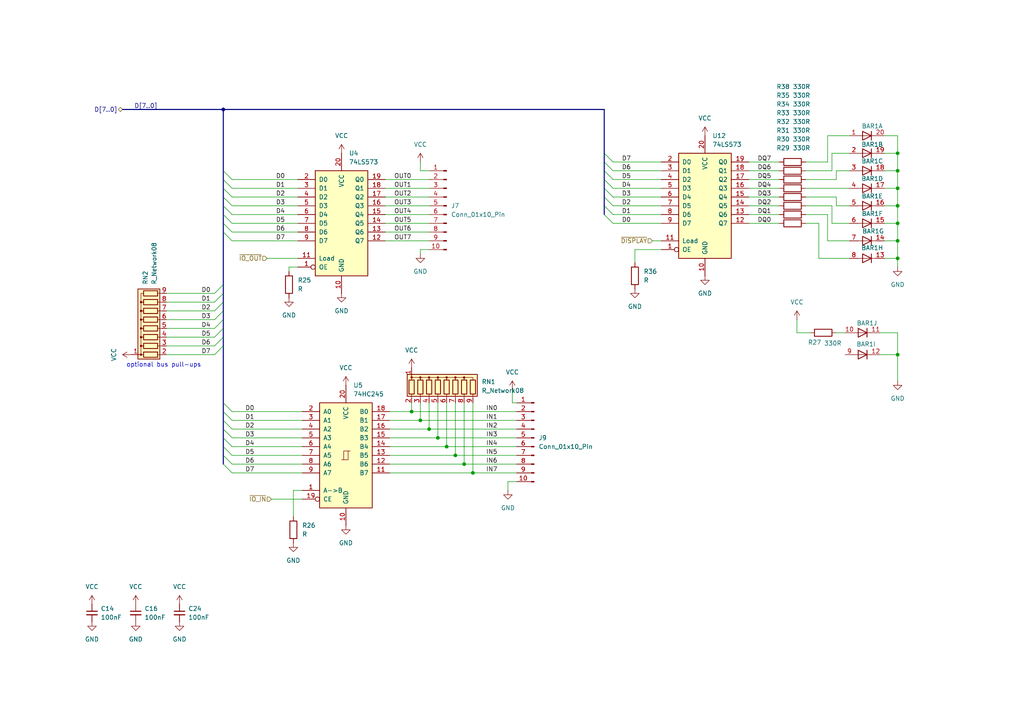
<source format=kicad_sch>
(kicad_sch (version 20250114) (generator "eeschema") (generator_version "9.0")
  (paper "A4")
  (title_block (title "6502 ATTY1") (date "2025-12-16") (rev "1") (comment 1 "© 2025 Ben Dooks"))
  (lib_symbols
    (symbol "74xx:74HC245" (pin_names (offset 1.016))
      (property "Reference" "U" (at -7.62 16.51 0))
      (property "Value" "74HC245" (at -7.62 -16.51 0))
      (symbol "74HC245_1_0"
        (polyline (pts (xy -1.27 -1.27) (xy 0.635 -1.27) (xy 0.635 1.27) (xy 1.27 1.27)))
        (polyline (pts (xy -0.635 -1.27) (xy -0.635 1.27) (xy 0.635 1.27)))
        (pin tri_state line (at -12.7 12.7 0) (length 5.08) (name "A0") (number "2"))
        (pin tri_state line (at -12.7 10.16 0) (length 5.08) (name "A1") (number "3"))
        (pin tri_state line (at -12.7 7.62 0) (length 5.08) (name "A2") (number "4"))
        (pin tri_state line (at -12.7 5.08 0) (length 5.08) (name "A3") (number "5"))
        (pin tri_state line (at -12.7 2.54 0) (length 5.08) (name "A4") (number "6"))
        (pin tri_state line (at -12.7 0 0) (length 5.08) (name "A5") (number "7"))
        (pin tri_state line (at -12.7 -2.54 0) (length 5.08) (name "A6") (number "8"))
        (pin tri_state line (at -12.7 -5.08 0) (length 5.08) (name "A7") (number "9"))
        (pin input line (at -12.7 -10.16 0) (length 5.08) (name "A->B") (number "1"))
        (pin input inverted (at -12.7 -12.7 0) (length 5.08) (name "CE") (number "19"))
        (pin power_in line (at 0 20.32 270) (length 5.08) (name "VCC") (number "20"))
        (pin power_in line (at 0 -20.32 90) (length 5.08) (name "GND") (number "10"))
        (pin tri_state line (at 12.7 12.7 180) (length 5.08) (name "B0") (number "18"))
        (pin tri_state line (at 12.7 10.16 180) (length 5.08) (name "B1") (number "17"))
        (pin tri_state line (at 12.7 7.62 180) (length 5.08) (name "B2") (number "16"))
        (pin tri_state line (at 12.7 5.08 180) (length 5.08) (name "B3") (number "15"))
        (pin tri_state line (at 12.7 2.54 180) (length 5.08) (name "B4") (number "14"))
        (pin tri_state line (at 12.7 0 180) (length 5.08) (name "B5") (number "13"))
        (pin tri_state line (at 12.7 -2.54 180) (length 5.08) (name "B6") (number "12"))
        (pin tri_state line (at 12.7 -5.08 180) (length 5.08) (name "B7") (number "11"))
      )
      (symbol "74HC245_1_1"
        (rectangle (start -7.62 15.24) (end 7.62 -15.24) (stroke (width 0.254)) (fill (type background)))
      )
    )
    (symbol "74xx:74LS573" (pin_names (offset 1.016))
      (property "Reference" "U" (at -7.62 16.51 0))
      (property "Value" "74LS573" (at -7.62 -16.51 0))
      (symbol "74LS573_1_0"
        (pin input line (at -12.7 12.7 0) (length 5.08) (name "D0") (number "2"))
        (pin input line (at -12.7 10.16 0) (length 5.08) (name "D1") (number "3"))
        (pin input line (at -12.7 7.62 0) (length 5.08) (name "D2") (number "4"))
        (pin input line (at -12.7 5.08 0) (length 5.08) (name "D3") (number "5"))
        (pin input line (at -12.7 2.54 0) (length 5.08) (name "D4") (number "6"))
        (pin input line (at -12.7 0 0) (length 5.08) (name "D5") (number "7"))
        (pin input line (at -12.7 -2.54 0) (length 5.08) (name "D6") (number "8"))
        (pin input line (at -12.7 -5.08 0) (length 5.08) (name "D7") (number "9"))
        (pin input line (at -12.7 -10.16 0) (length 5.08) (name "Load") (number "11"))
        (pin input inverted (at -12.7 -12.7 0) (length 5.08) (name "OE") (number "1"))
        (pin power_in line (at 0 20.32 270) (length 5.08) (name "VCC") (number "20"))
        (pin power_in line (at 0 -20.32 90) (length 5.08) (name "GND") (number "10"))
        (pin tri_state line (at 12.7 12.7 180) (length 5.08) (name "Q0") (number "19"))
        (pin tri_state line (at 12.7 10.16 180) (length 5.08) (name "Q1") (number "18"))
        (pin tri_state line (at 12.7 7.62 180) (length 5.08) (name "Q2") (number "17"))
        (pin tri_state line (at 12.7 5.08 180) (length 5.08) (name "Q3") (number "16"))
        (pin tri_state line (at 12.7 2.54 180) (length 5.08) (name "Q4") (number "15"))
        (pin tri_state line (at 12.7 0 180) (length 5.08) (name "Q5") (number "14"))
        (pin tri_state line (at 12.7 -2.54 180) (length 5.08) (name "Q6") (number "13"))
        (pin tri_state line (at 12.7 -5.08 180) (length 5.08) (name "Q7") (number "12"))
      )
      (symbol "74LS573_1_1"
        (rectangle (start -7.62 15.24) (end 7.62 -15.24) (stroke (width 0.254)) (fill (type background)))
      )
    )
    (symbol "Connector:Conn_01x10_Pin" (pin_names (offset 1.016) (hide yes))
      (property "Reference" "J" (at 0 12.7 0))
      (property "Value" "Conn_01x10_Pin" (at 0 -15.24 0))
      (symbol "Conn_01x10_Pin_1_1"
        (rectangle (start 0.8636 10.287) (end 0 10.033) (stroke (width 0.1524)) (fill (type outline)))
        (rectangle (start 0.8636 7.747) (end 0 7.493) (stroke (width 0.1524)) (fill (type outline)))
        (rectangle (start 0.8636 5.207) (end 0 4.953) (stroke (width 0.1524)) (fill (type outline)))
        (rectangle (start 0.8636 2.667) (end 0 2.413) (stroke (width 0.1524)) (fill (type outline)))
        (rectangle (start 0.8636 0.127) (end 0 -0.127) (stroke (width 0.1524)) (fill (type outline)))
        (rectangle (start 0.8636 -2.413) (end 0 -2.667) (stroke (width 0.1524)) (fill (type outline)))
        (rectangle (start 0.8636 -4.953) (end 0 -5.207) (stroke (width 0.1524)) (fill (type outline)))
        (rectangle (start 0.8636 -7.493) (end 0 -7.747) (stroke (width 0.1524)) (fill (type outline)))
        (rectangle (start 0.8636 -10.033) (end 0 -10.287) (stroke (width 0.1524)) (fill (type outline)))
        (rectangle (start 0.8636 -12.573) (end 0 -12.827) (stroke (width 0.1524)) (fill (type outline)))
        (polyline (pts (xy 1.27 10.16) (xy 0.8636 10.16)) (stroke (width 0.1524)))
        (polyline (pts (xy 1.27 7.62) (xy 0.8636 7.62)) (stroke (width 0.1524)))
        (polyline (pts (xy 1.27 5.08) (xy 0.8636 5.08)) (stroke (width 0.1524)))
        (polyline (pts (xy 1.27 2.54) (xy 0.8636 2.54)) (stroke (width 0.1524)))
        (polyline (pts (xy 1.27 0) (xy 0.8636 0)) (stroke (width 0.1524)))
        (polyline (pts (xy 1.27 -2.54) (xy 0.8636 -2.54)) (stroke (width 0.1524)))
        (polyline (pts (xy 1.27 -5.08) (xy 0.8636 -5.08)) (stroke (width 0.1524)))
        (polyline (pts (xy 1.27 -7.62) (xy 0.8636 -7.62)) (stroke (width 0.1524)))
        (polyline (pts (xy 1.27 -10.16) (xy 0.8636 -10.16)) (stroke (width 0.1524)))
        (polyline (pts (xy 1.27 -12.7) (xy 0.8636 -12.7)) (stroke (width 0.1524)))
        (pin passive line (at 5.08 10.16 180) (length 3.81) (name "Pin_1") (number "1"))
        (pin passive line (at 5.08 7.62 180) (length 3.81) (name "Pin_2") (number "2"))
        (pin passive line (at 5.08 5.08 180) (length 3.81) (name "Pin_3") (number "3"))
        (pin passive line (at 5.08 2.54 180) (length 3.81) (name "Pin_4") (number "4"))
        (pin passive line (at 5.08 0 180) (length 3.81) (name "Pin_5") (number "5"))
        (pin passive line (at 5.08 -2.54 180) (length 3.81) (name "Pin_6") (number "6"))
        (pin passive line (at 5.08 -5.08 180) (length 3.81) (name "Pin_7") (number "7"))
        (pin passive line (at 5.08 -7.62 180) (length 3.81) (name "Pin_8") (number "8"))
        (pin passive line (at 5.08 -10.16 180) (length 3.81) (name "Pin_9") (number "9"))
        (pin passive line (at 5.08 -12.7 180) (length 3.81) (name "Pin_10") (number "10"))
      )
    )
    (symbol "Device:C_Small" (pin_numbers (hide yes)) (pin_names (offset 0.254) (hide yes))
      (property "Reference" "C" (at 0.254 1.778 0))
      (property "Value" "C_Small" (at 0.254 -2.032 0))
      (symbol "C_Small_0_1"
        (polyline (pts (xy -1.524 0.508) (xy 1.524 0.508)) (stroke (width 0.3048)))
        (polyline (pts (xy -1.524 -0.508) (xy 1.524 -0.508)) (stroke (width 0.3302)))
      )
      (symbol "C_Small_1_1"
        (pin passive line (at 0 2.54 270) (length 2.032) (name "~") (number "1"))
        (pin passive line (at 0 -2.54 90) (length 2.032) (name "~") (number "2"))
      )
    )
    (symbol "Device:R" (pin_numbers (hide yes)) (pin_names (offset 0))
      (property "Reference" "R" (at 2.032 0 90))
      (property "Value" "R" (at 0 0 90))
      (symbol "R_0_1"
        (rectangle (start -1.016 -2.54) (end 1.016 2.54) (stroke (width 0.254)))
      )
      (symbol "R_1_1"
        (pin passive line (at 0 3.81 270) (length 1.27) (name "~") (number "1"))
        (pin passive line (at 0 -3.81 90) (length 1.27) (name "~") (number "2"))
      )
    )
    (symbol "Device:R_Network08" (pin_names (offset 0) (hide yes))
      (property "Reference" "RN" (at -12.7 0 90))
      (property "Value" "R_Network08" (at 10.16 0 90))
      (symbol "R_Network08_0_1"
        (rectangle (start -11.43 -3.175) (end 8.89 3.175) (stroke (width 0.254)) (fill (type background)))
        (rectangle (start -10.922 1.524) (end -9.398 -2.54) (stroke (width 0.254)))
        (circle (center -10.16 2.286) (radius 0.254) (fill (type outline)))
        (polyline (pts (xy -10.16 1.524) (xy -10.16 2.286) (xy -7.62 2.286) (xy -7.62 1.524)))
        (polyline (pts (xy -10.16 -2.54) (xy -10.16 -3.81)))
        (rectangle (start -8.382 1.524) (end -6.858 -2.54) (stroke (width 0.254)))
        (circle (center -7.62 2.286) (radius 0.254) (fill (type outline)))
        (polyline (pts (xy -7.62 1.524) (xy -7.62 2.286) (xy -5.08 2.286) (xy -5.08 1.524)))
        (polyline (pts (xy -7.62 -2.54) (xy -7.62 -3.81)))
        (rectangle (start -5.842 1.524) (end -4.318 -2.54) (stroke (width 0.254)))
        (circle (center -5.08 2.286) (radius 0.254) (fill (type outline)))
        (polyline (pts (xy -5.08 1.524) (xy -5.08 2.286) (xy -2.54 2.286) (xy -2.54 1.524)))
        (polyline (pts (xy -5.08 -2.54) (xy -5.08 -3.81)))
        (rectangle (start -3.302 1.524) (end -1.778 -2.54) (stroke (width 0.254)))
        (circle (center -2.54 2.286) (radius 0.254) (fill (type outline)))
        (polyline (pts (xy -2.54 1.524) (xy -2.54 2.286) (xy 0 2.286) (xy 0 1.524)))
        (polyline (pts (xy -2.54 -2.54) (xy -2.54 -3.81)))
        (rectangle (start -0.762 1.524) (end 0.762 -2.54) (stroke (width 0.254)))
        (circle (center 0 2.286) (radius 0.254) (fill (type outline)))
        (polyline (pts (xy 0 1.524) (xy 0 2.286) (xy 2.54 2.286) (xy 2.54 1.524)))
        (polyline (pts (xy 0 -2.54) (xy 0 -3.81)))
        (rectangle (start 1.778 1.524) (end 3.302 -2.54) (stroke (width 0.254)))
        (circle (center 2.54 2.286) (radius 0.254) (fill (type outline)))
        (polyline (pts (xy 2.54 1.524) (xy 2.54 2.286) (xy 5.08 2.286) (xy 5.08 1.524)))
        (polyline (pts (xy 2.54 -2.54) (xy 2.54 -3.81)))
        (rectangle (start 4.318 1.524) (end 5.842 -2.54) (stroke (width 0.254)))
        (circle (center 5.08 2.286) (radius 0.254) (fill (type outline)))
        (polyline (pts (xy 5.08 1.524) (xy 5.08 2.286) (xy 7.62 2.286) (xy 7.62 1.524)))
        (polyline (pts (xy 5.08 -2.54) (xy 5.08 -3.81)))
        (rectangle (start 6.858 1.524) (end 8.382 -2.54) (stroke (width 0.254)))
        (polyline (pts (xy 7.62 -2.54) (xy 7.62 -3.81)))
      )
      (symbol "R_Network08_1_1"
        (pin passive line (at -10.16 5.08 270) (length 2.54) (name "common") (number "1"))
        (pin passive line (at -10.16 -5.08 90) (length 1.27) (name "R1") (number "2"))
        (pin passive line (at -7.62 -5.08 90) (length 1.27) (name "R2") (number "3"))
        (pin passive line (at -5.08 -5.08 90) (length 1.27) (name "R3") (number "4"))
        (pin passive line (at -2.54 -5.08 90) (length 1.27) (name "R4") (number "5"))
        (pin passive line (at 0 -5.08 90) (length 1.27) (name "R5") (number "6"))
        (pin passive line (at 2.54 -5.08 90) (length 1.27) (name "R6") (number "7"))
        (pin passive line (at 5.08 -5.08 90) (length 1.27) (name "R7") (number "8"))
        (pin passive line (at 7.62 -5.08 90) (length 1.27) (name "R8") (number "9"))
      )
    )
    (symbol "LED:HDSP-4850" (pin_names (offset 1.016) (hide yes))
      (property "Reference" "BAR" (at 0 3.81 0))
      (property "Value" "HDSP-4850" (at 0 -3.81 0))
      (symbol "HDSP-4850_0_1"
        (polyline (pts (xy -2.54 0) (xy 2.54 0)))
        (polyline (pts (xy -1.27 1.27) (xy -1.27 -1.27) (xy 1.27 0) (xy -1.27 1.27)) (stroke (width 0.254)))
        (polyline (pts (xy 1.27 -1.27) (xy 1.27 1.27)) (stroke (width 0.254)))
      )
      (symbol "HDSP-4850_1_1"
        (pin passive line (at -5.08 0 0) (length 2.54) (name "A") (number "1"))
        (pin passive line (at 5.08 0 180) (length 2.54) (name "K") (number "20"))
      )
      (symbol "HDSP-4850_2_1"
        (pin passive line (at -5.08 0 0) (length 2.54) (name "A") (number "2"))
        (pin passive line (at 5.08 0 180) (length 2.54) (name "K") (number "19"))
      )
      (symbol "HDSP-4850_3_1"
        (pin passive line (at -5.08 0 0) (length 2.54) (name "A") (number "3"))
        (pin passive line (at 5.08 0 180) (length 2.54) (name "K") (number "18"))
      )
      (symbol "HDSP-4850_4_1"
        (pin passive line (at -5.08 0 0) (length 2.54) (name "A") (number "4"))
        (pin passive line (at 5.08 0 180) (length 2.54) (name "K") (number "17"))
      )
      (symbol "HDSP-4850_5_1"
        (pin passive line (at -5.08 0 0) (length 2.54) (name "A") (number "5"))
        (pin passive line (at 5.08 0 180) (length 2.54) (name "K") (number "16"))
      )
      (symbol "HDSP-4850_6_1"
        (pin passive line (at -5.08 0 0) (length 2.54) (name "A") (number "6"))
        (pin passive line (at 5.08 0 180) (length 2.54) (name "K") (number "15"))
      )
      (symbol "HDSP-4850_7_1"
        (pin passive line (at -5.08 0 0) (length 2.54) (name "A") (number "7"))
        (pin passive line (at 5.08 0 180) (length 2.54) (name "K") (number "14"))
      )
      (symbol "HDSP-4850_8_1"
        (pin passive line (at -5.08 0 0) (length 2.54) (name "A") (number "8"))
        (pin passive line (at 5.08 0 180) (length 2.54) (name "K") (number "13"))
      )
      (symbol "HDSP-4850_9_1"
        (pin passive line (at -5.08 0 0) (length 2.54) (name "A") (number "9"))
        (pin passive line (at 5.08 0 180) (length 2.54) (name "K") (number "12"))
      )
      (symbol "HDSP-4850_10_1"
        (pin passive line (at -5.08 0 0) (length 2.54) (name "A") (number "10"))
        (pin passive line (at 5.08 0 180) (length 2.54) (name "K") (number "11"))
      )
    )
    (symbol "power:GND" (power) (pin_numbers (hide yes)) (pin_names (offset 0) (hide yes))
      (property "Value" "GND" (at 0 -3.81 0))
      (symbol "GND_0_1"
        (polyline (pts (xy 0 0) (xy 0 -1.27) (xy 1.27 -1.27) (xy 0 -2.54) (xy -1.27 -1.27) (xy 0 -1.27)))
      )
      (symbol "GND_1_1"
        (pin power_in line (at 0 0 270) (length 0) (name "~") (number "1"))
      )
    )
    (symbol "power:VCC" (power) (pin_numbers (hide yes)) (pin_names (offset 0) (hide yes))
      (property "Value" "VCC" (at 0 3.556 0))
      (symbol "VCC_0_1"
        (polyline (pts (xy -0.762 1.27) (xy 0 2.54)))
        (polyline (pts (xy 0 2.54) (xy 0.762 1.27)))
        (polyline (pts (xy 0 0) (xy 0 2.54)))
      )
      (symbol "VCC_1_1"
        (pin power_in line (at 0 0 90) (length 0) (name "~") (number "1"))
      )
    )
  )
  (text "optional bus pull-ups" (at 47.498 105.918 0) (effects (font (size 1.27 1.27))))
  (junction (at 137.16 137.16))
  (junction (at 129.54 129.54))
  (junction (at 121.92 121.92))
  (junction (at 260.35 49.53))
  (junction (at 260.35 59.69))
  (junction (at 134.62 134.62))
  (junction (at 124.46 124.46))
  (junction (at 260.35 54.61))
  (junction (at 119.38 119.38))
  (junction (at 260.35 64.77))
  (junction (at 260.35 44.45))
  (junction (at 260.35 102.87))
  (junction (at 132.08 132.08))
  (junction (at 260.35 74.93))
  (junction (at 127 127))
  (junction (at 64.77 31.75))
  (junction (at 260.35 69.85))
  (bus_entry (at 64.77 82.55) (size -2.54 2.54))
  (bus_entry (at 64.77 95.25) (size -2.54 2.54))
  (bus_entry (at 64.77 57.15) (size 2.54 2.54))
  (bus_entry (at 64.77 127) (size 2.54 2.54))
  (bus_entry (at 64.77 49.53) (size 2.54 2.54))
  (bus_entry (at 64.77 116.84) (size 2.54 2.54))
  (bus_entry (at 64.77 124.46) (size 2.54 2.54))
  (bus_entry (at 64.77 54.61) (size 2.54 2.54))
  (bus_entry (at 64.77 62.23) (size 2.54 2.54))
  (bus_entry (at 64.77 85.09) (size -2.54 2.54))
  (bus_entry (at 64.77 64.77) (size 2.54 2.54))
  (bus_entry (at 64.77 90.17) (size -2.54 2.54))
  (bus_entry (at 175.26 49.53) (size 2.54 2.54))
  (bus_entry (at 64.77 129.54) (size 2.54 2.54))
  (bus_entry (at 64.77 121.92) (size 2.54 2.54))
  (bus_entry (at 64.77 87.63) (size -2.54 2.54))
  (bus_entry (at 175.26 62.23) (size 2.54 2.54))
  (bus_entry (at 64.77 119.38) (size 2.54 2.54))
  (bus_entry (at 64.77 67.31) (size 2.54 2.54))
  (bus_entry (at 175.26 54.61) (size 2.54 2.54))
  (bus_entry (at 175.26 46.99) (size 2.54 2.54))
  (bus_entry (at 64.77 59.69) (size 2.54 2.54))
  (bus_entry (at 64.77 100.33) (size -2.54 2.54))
  (bus_entry (at 64.77 134.62) (size 2.54 2.54))
  (bus_entry (at 175.26 44.45) (size 2.54 2.54))
  (bus_entry (at 175.26 52.07) (size 2.54 2.54))
  (bus_entry (at 175.26 59.69) (size 2.54 2.54))
  (bus_entry (at 64.77 97.79) (size -2.54 2.54))
  (bus_entry (at 175.26 57.15) (size 2.54 2.54))
  (bus_entry (at 64.77 92.71) (size -2.54 2.54))
  (bus_entry (at 64.77 132.08) (size 2.54 2.54))
  (bus_entry (at 64.77 52.07) (size 2.54 2.54))
  (bus (pts (xy 175.26 59.69) (xy 175.26 62.23)))
  (wire (pts (xy 246.38 64.77) (xy 241.3 64.77)))
  (bus (pts (xy 64.77 92.71) (xy 64.77 95.25)))
  (wire (pts (xy 241.3 59.69) (xy 233.68 59.69)))
  (wire (pts (xy 124.46 57.15) (xy 111.76 57.15)))
  (wire (pts (xy 226.06 54.61) (xy 217.17 54.61)))
  (wire (pts (xy 113.03 134.62) (xy 134.62 134.62)))
  (bus (pts (xy 64.77 132.08) (xy 64.77 134.62)))
  (wire (pts (xy 260.35 64.77) (xy 260.35 69.85)))
  (wire (pts (xy 137.16 116.84) (xy 137.16 137.16)))
  (wire (pts (xy 67.31 119.38) (xy 87.63 119.38)))
  (wire (pts (xy 242.57 59.69) (xy 246.38 59.69)))
  (wire (pts (xy 85.09 142.24) (xy 85.09 149.86)))
  (wire (pts (xy 67.31 121.92) (xy 87.63 121.92)))
  (wire (pts (xy 237.49 64.77) (xy 233.68 64.77)))
  (wire (pts (xy 121.92 73.66) (xy 121.92 72.39)))
  (wire (pts (xy 124.46 69.85) (xy 111.76 69.85)))
  (wire (pts (xy 256.54 39.37) (xy 260.35 39.37)))
  (bus (pts (xy 175.26 46.99) (xy 175.26 49.53)))
  (wire (pts (xy 256.54 59.69) (xy 260.35 59.69)))
  (wire (pts (xy 147.32 139.7) (xy 147.32 142.24)))
  (wire (pts (xy 113.03 137.16) (xy 137.16 137.16)))
  (wire (pts (xy 256.54 49.53) (xy 260.35 49.53)))
  (wire (pts (xy 226.06 46.99) (xy 217.17 46.99)))
  (wire (pts (xy 83.82 77.47) (xy 83.82 78.74)))
  (wire (pts (xy 177.8 57.15) (xy 191.77 57.15)))
  (wire (pts (xy 242.57 49.53) (xy 246.38 49.53)))
  (wire (pts (xy 113.03 127) (xy 127 127)))
  (wire (pts (xy 177.8 59.69) (xy 191.77 59.69)))
  (wire (pts (xy 226.06 57.15) (xy 217.17 57.15)))
  (wire (pts (xy 241.3 64.77) (xy 241.3 59.69)))
  (wire (pts (xy 124.46 62.23) (xy 111.76 62.23)))
  (wire (pts (xy 177.8 52.07) (xy 191.77 52.07)))
  (wire (pts (xy 240.03 46.99) (xy 240.03 39.37)))
  (bus (pts (xy 64.77 31.75) (xy 175.26 31.75)))
  (wire (pts (xy 134.62 116.84) (xy 134.62 134.62)))
  (wire (pts (xy 67.31 57.15) (xy 86.36 57.15)))
  (wire (pts (xy 48.26 92.71) (xy 62.23 92.71)))
  (wire (pts (xy 260.35 44.45) (xy 260.35 49.53)))
  (wire (pts (xy 189.23 69.85) (xy 191.77 69.85)))
  (bus (pts (xy 64.77 87.63) (xy 64.77 90.17)))
  (wire (pts (xy 184.15 72.39) (xy 184.15 76.2)))
  (bus (pts (xy 64.77 90.17) (xy 64.77 92.71)))
  (wire (pts (xy 260.35 96.52) (xy 260.35 102.87)))
  (wire (pts (xy 129.54 129.54) (xy 149.86 129.54)))
  (wire (pts (xy 256.54 69.85) (xy 260.35 69.85)))
  (wire (pts (xy 233.68 46.99) (xy 240.03 46.99)))
  (bus (pts (xy 175.26 57.15) (xy 175.26 59.69)))
  (wire (pts (xy 260.35 49.53) (xy 260.35 54.61)))
  (wire (pts (xy 67.31 129.54) (xy 87.63 129.54)))
  (wire (pts (xy 256.54 44.45) (xy 260.35 44.45)))
  (wire (pts (xy 242.57 96.52) (xy 245.11 96.52)))
  (wire (pts (xy 233.68 62.23) (xy 240.03 62.23)))
  (wire (pts (xy 132.08 132.08) (xy 149.86 132.08)))
  (wire (pts (xy 124.46 67.31) (xy 111.76 67.31)))
  (wire (pts (xy 233.68 54.61) (xy 246.38 54.61)))
  (wire (pts (xy 240.03 62.23) (xy 240.03 69.85)))
  (wire (pts (xy 67.31 67.31) (xy 86.36 67.31)))
  (bus (pts (xy 175.26 49.53) (xy 175.26 52.07)))
  (wire (pts (xy 124.46 52.07) (xy 111.76 52.07)))
  (wire (pts (xy 48.26 95.25) (xy 62.23 95.25)))
  (wire (pts (xy 260.35 59.69) (xy 260.35 64.77)))
  (bus (pts (xy 64.77 59.69) (xy 64.77 62.23)))
  (wire (pts (xy 149.86 139.7) (xy 147.32 139.7)))
  (wire (pts (xy 137.16 137.16) (xy 149.86 137.16)))
  (bus (pts (xy 64.77 129.54) (xy 64.77 132.08)))
  (bus (pts (xy 64.77 85.09) (xy 64.77 87.63)))
  (wire (pts (xy 67.31 137.16) (xy 87.63 137.16)))
  (wire (pts (xy 67.31 62.23) (xy 86.36 62.23)))
  (wire (pts (xy 48.26 87.63) (xy 62.23 87.63)))
  (bus (pts (xy 175.26 54.61) (xy 175.26 57.15)))
  (wire (pts (xy 113.03 119.38) (xy 119.38 119.38)))
  (wire (pts (xy 113.03 124.46) (xy 124.46 124.46)))
  (wire (pts (xy 132.08 116.84) (xy 132.08 132.08)))
  (wire (pts (xy 226.06 62.23) (xy 217.17 62.23)))
  (bus (pts (xy 64.77 52.07) (xy 64.77 54.61)))
  (wire (pts (xy 260.35 69.85) (xy 260.35 74.93)))
  (wire (pts (xy 78.74 144.78) (xy 87.63 144.78)))
  (bus (pts (xy 64.77 97.79) (xy 64.77 100.33)))
  (wire (pts (xy 134.62 134.62) (xy 149.86 134.62)))
  (wire (pts (xy 256.54 54.61) (xy 260.35 54.61)))
  (wire (pts (xy 233.68 49.53) (xy 241.3 49.53)))
  (wire (pts (xy 226.06 64.77) (xy 217.17 64.77)))
  (bus (pts (xy 64.77 49.53) (xy 64.77 52.07)))
  (wire (pts (xy 246.38 74.93) (xy 237.49 74.93)))
  (wire (pts (xy 119.38 116.84) (xy 119.38 119.38)))
  (wire (pts (xy 67.31 127) (xy 87.63 127)))
  (wire (pts (xy 124.46 124.46) (xy 149.86 124.46)))
  (wire (pts (xy 67.31 52.07) (xy 86.36 52.07)))
  (wire (pts (xy 255.27 96.52) (xy 260.35 96.52)))
  (wire (pts (xy 113.03 129.54) (xy 129.54 129.54)))
  (wire (pts (xy 119.38 119.38) (xy 149.86 119.38)))
  (wire (pts (xy 124.46 116.84) (xy 124.46 124.46)))
  (wire (pts (xy 231.14 96.52) (xy 231.14 92.71)))
  (wire (pts (xy 121.92 116.84) (xy 121.92 121.92)))
  (wire (pts (xy 177.8 46.99) (xy 191.77 46.99)))
  (wire (pts (xy 240.03 69.85) (xy 246.38 69.85)))
  (wire (pts (xy 67.31 64.77) (xy 86.36 64.77)))
  (wire (pts (xy 124.46 54.61) (xy 111.76 54.61)))
  (wire (pts (xy 237.49 74.93) (xy 237.49 64.77)))
  (wire (pts (xy 129.54 116.84) (xy 129.54 129.54)))
  (wire (pts (xy 256.54 64.77) (xy 260.35 64.77)))
  (wire (pts (xy 124.46 49.53) (xy 121.92 49.53)))
  (wire (pts (xy 242.57 52.07) (xy 242.57 49.53)))
  (wire (pts (xy 67.31 134.62) (xy 87.63 134.62)))
  (bus (pts (xy 64.77 57.15) (xy 64.77 59.69)))
  (bus (pts (xy 175.26 52.07) (xy 175.26 54.61)))
  (wire (pts (xy 234.95 96.52) (xy 231.14 96.52)))
  (wire (pts (xy 241.3 49.53) (xy 241.3 44.45)))
  (wire (pts (xy 124.46 59.69) (xy 111.76 59.69)))
  (wire (pts (xy 226.06 52.07) (xy 217.17 52.07)))
  (bus (pts (xy 64.77 127) (xy 64.77 129.54)))
  (bus (pts (xy 64.77 95.25) (xy 64.77 97.79)))
  (wire (pts (xy 256.54 74.93) (xy 260.35 74.93)))
  (wire (pts (xy 191.77 72.39) (xy 184.15 72.39)))
  (wire (pts (xy 48.26 97.79) (xy 62.23 97.79)))
  (wire (pts (xy 86.36 77.47) (xy 83.82 77.47)))
  (wire (pts (xy 226.06 49.53) (xy 217.17 49.53)))
  (wire (pts (xy 260.35 39.37) (xy 260.35 44.45)))
  (bus (pts (xy 64.77 67.31) (xy 64.77 82.55)))
  (wire (pts (xy 87.63 142.24) (xy 85.09 142.24)))
  (bus (pts (xy 64.77 62.23) (xy 64.77 64.77)))
  (bus (pts (xy 64.77 100.33) (xy 64.77 116.84)))
  (wire (pts (xy 121.92 72.39) (xy 124.46 72.39)))
  (bus (pts (xy 35.56 31.75) (xy 64.77 31.75)))
  (wire (pts (xy 240.03 39.37) (xy 246.38 39.37)))
  (wire (pts (xy 177.8 64.77) (xy 191.77 64.77)))
  (bus (pts (xy 175.26 31.75) (xy 175.26 44.45)))
  (wire (pts (xy 177.8 49.53) (xy 191.77 49.53)))
  (wire (pts (xy 127 116.84) (xy 127 127)))
  (bus (pts (xy 64.77 116.84) (xy 64.77 119.38)))
  (wire (pts (xy 260.35 74.93) (xy 260.35 77.47)))
  (wire (pts (xy 233.68 57.15) (xy 242.57 57.15)))
  (wire (pts (xy 48.26 85.09) (xy 62.23 85.09)))
  (bus (pts (xy 64.77 121.92) (xy 64.77 124.46)))
  (wire (pts (xy 67.31 54.61) (xy 86.36 54.61)))
  (bus (pts (xy 64.77 124.46) (xy 64.77 127)))
  (wire (pts (xy 177.8 54.61) (xy 191.77 54.61)))
  (bus (pts (xy 64.77 119.38) (xy 64.77 121.92)))
  (wire (pts (xy 48.26 102.87) (xy 62.23 102.87)))
  (wire (pts (xy 67.31 132.08) (xy 87.63 132.08)))
  (wire (pts (xy 177.8 62.23) (xy 191.77 62.23)))
  (bus (pts (xy 64.77 64.77) (xy 64.77 67.31)))
  (wire (pts (xy 67.31 69.85) (xy 86.36 69.85)))
  (wire (pts (xy 77.47 74.93) (xy 86.36 74.93)))
  (wire (pts (xy 121.92 49.53) (xy 121.92 46.99)))
  (wire (pts (xy 67.31 59.69) (xy 86.36 59.69)))
  (wire (pts (xy 113.03 132.08) (xy 132.08 132.08)))
  (wire (pts (xy 255.27 102.87) (xy 260.35 102.87)))
  (wire (pts (xy 226.06 59.69) (xy 217.17 59.69)))
  (bus (pts (xy 64.77 54.61) (xy 64.77 57.15)))
  (wire (pts (xy 233.68 52.07) (xy 242.57 52.07)))
  (wire (pts (xy 241.3 44.45) (xy 246.38 44.45)))
  (wire (pts (xy 48.26 90.17) (xy 62.23 90.17)))
  (wire (pts (xy 67.31 124.46) (xy 87.63 124.46)))
  (wire (pts (xy 113.03 121.92) (xy 121.92 121.92)))
  (wire (pts (xy 149.86 116.84) (xy 148.59 116.84)))
  (wire (pts (xy 48.26 100.33) (xy 62.23 100.33)))
  (wire (pts (xy 260.35 54.61) (xy 260.35 59.69)))
  (bus (pts (xy 64.77 31.75) (xy 64.77 49.53)))
  (wire (pts (xy 148.59 116.84) (xy 148.59 113.03)))
  (wire (pts (xy 124.46 64.77) (xy 111.76 64.77)))
  (bus (pts (xy 175.26 44.45) (xy 175.26 46.99)))
  (wire (pts (xy 127 127) (xy 149.86 127)))
  (wire (pts (xy 260.35 102.87) (xy 260.35 110.49)))
  (wire (pts (xy 121.92 121.92) (xy 149.86 121.92)))
  (bus (pts (xy 64.77 82.55) (xy 64.77 85.09)))
  (wire (pts (xy 242.57 57.15) (xy 242.57 59.69)))
  (label "IN1" (at 140.97 121.92 0))
  (label "D2" (at 80.01 57.15 0))
  (label "D5" (at 71.12 132.08 0))
  (label "DQ0" (at 219.71 64.77 0))
  (label "D0" (at 58.42 85.09 0))
  (label "IN2" (at 140.97 124.46 0))
  (label "IN4" (at 140.97 129.54 0))
  (label "D1" (at 58.42 87.63 0))
  (label "D3" (at 80.01 59.69 0))
  (label "D4" (at 58.42 95.25 0))
  (label "OUT6" (at 114.3 67.31 0))
  (label "D1" (at 71.12 121.92 0))
  (label "IN7" (at 140.97 137.16 0))
  (label "OUT3" (at 114.3 59.69 0))
  (label "D3" (at 71.12 127 0))
  (label "D6" (at 71.12 134.62 0))
  (label "OUT7" (at 114.3 69.85 0))
  (label "D5" (at 180.34 52.07 0))
  (label "DQ2" (at 219.71 59.69 0))
  (label "D[7..0]" (at 45.72 31.75 180))
  (label "D0" (at 71.12 119.38 0))
  (label "D6" (at 80.01 67.31 0))
  (label "D2" (at 180.34 59.69 0))
  (label "D4" (at 71.12 129.54 0))
  (label "IN6" (at 140.97 134.62 0))
  (label "DQ6" (at 219.71 49.53 0))
  (label "D7" (at 80.01 69.85 0))
  (label "OUT4" (at 114.3 62.23 0))
  (label "D4" (at 80.01 62.23 0))
  (label "DQ4" (at 219.71 54.61 0))
  (label "D0" (at 180.34 64.77 0))
  (label "IN5" (at 140.97 132.08 0))
  (label "D5" (at 58.42 97.79 0))
  (label "D7" (at 71.12 137.16 0))
  (label "D5" (at 80.01 64.77 0))
  (label "D2" (at 71.12 124.46 0))
  (label "OUT2" (at 114.3 57.15 0))
  (label "IN0" (at 140.97 119.38 0))
  (label "D3" (at 58.42 92.71 0))
  (label "DQ7" (at 219.71 46.99 0))
  (label "DQ5" (at 219.71 52.07 0))
  (label "D0" (at 80.01 52.07 0))
  (label "D1" (at 80.01 54.61 0))
  (label "OUT5" (at 114.3 64.77 0))
  (label "D2" (at 58.42 90.17 0))
  (label "D4" (at 180.34 54.61 0))
  (label "D3" (at 180.34 57.15 0))
  (label "DQ1" (at 219.71 62.23 0))
  (label "D7" (at 180.34 46.99 0))
  (label "DQ3" (at 219.71 57.15 0))
  (label "OUT1" (at 114.3 54.61 0))
  (label "D6" (at 58.42 100.33 0))
  (label "D1" (at 180.34 62.23 0))
  (label "OUT0" (at 114.3 52.07 0))
  (label "D7" (at 58.42 102.87 0))
  (label "D6" (at 180.34 49.53 0))
  (label "IN3" (at 140.97 127 0))
  (hierarchical_label "D[7..0]" (shape bidirectional) (at 35.56 31.75 180))
  (hierarchical_label "~{IO_OUT}" (shape input) (at 77.47 74.93 180))
  (hierarchical_label "~{DISPLAY}" (shape input) (at 189.23 69.85 180))
  (hierarchical_label "~{IO_IN}" (shape input) (at 78.74 144.78 180))
  (symbol (lib_id "Device:C_Small") (at 26.67 177.8 0) (unit 1)
    (property "Reference" "C14" (at 29.21 176.5362 0) (effects (justify left)))
    (property "Value" "100nF" (at 29.21 179.0762 0) (effects (justify left)))
    (property "Footprint" "Capacitor_THT:C_Disc_D4.3mm_W1.9mm_P5.00mm" (effects (hide yes)))
    (property "Description" "Unpolarized capacitor, small symbol" (effects (hide yes)))
  )
  (symbol (lib_id "power:GND") (at 184.15 83.82 0) (unit 1)
    (property "Reference" "#PWR050" (effects (hide yes)))
    (property "Value" "GND" (at 184.15 88.9 0))
    (property "Description" "Power symbol creates a global label with name \"GND\" , ground" (effects (hide yes)))
  )
  (symbol (lib_id "Device:R") (at 238.76 96.52 90) (unit 1)
    (property "Reference" "R27" (at 236.273 99.3063 90))
    (property "Value" "330R" (at 241.554 99.568 90))
    (property "Footprint" "Resistor_THT:R_Axial_DIN0207_L6.3mm_D2.5mm_P10.16mm_Horizontal" (effects (hide yes)))
    (property "Description" "Resistor" (effects (hide yes)))
  )
  (symbol (lib_id "LED:HDSP-4850") (at 250.19 102.87 0) (unit 9)
    (property "Reference" "BAR1" (at 251.206 99.822 0))
    (property "Value" "HDSP-4850" (effects (hide yes)))
    (property "Footprint" "Display:HDSP-4850" (effects (hide yes)))
    (property "Datasheet" "https://docs.broadcom.com/docs/AV02-1798EN" (effects (hide yes)))
    (property "Description" "10-element LED arrays, Green" (effects (hide yes)))
  )
  (symbol (lib_id "LED:HDSP-4850") (at 251.46 44.45 0) (unit 2)
    (property "Reference" "BAR1" (at 252.984 41.91 0))
    (property "Value" "HDSP-4850" (effects (hide yes)))
    (property "Footprint" "Display:HDSP-4850" (effects (hide yes)))
    (property "Datasheet" "https://docs.broadcom.com/docs/AV02-1798EN" (effects (hide yes)))
    (property "Description" "10-element LED arrays, Green" (effects (hide yes)))
  )
  (symbol (lib_id "Device:R") (at 83.82 82.55 0) (unit 1)
    (property "Reference" "R25" (at 86.36 81.2799 0) (effects (justify left)))
    (property "Value" "R" (at 86.36 83.8199 0) (effects (justify left)))
    (property "Footprint" "Resistor_THT:R_Axial_DIN0207_L6.3mm_D2.5mm_P10.16mm_Horizontal" (effects (hide yes)))
    (property "Description" "Resistor" (effects (hide yes)))
  )
  (symbol (lib_id "power:GND") (at 83.82 86.36 0) (unit 1)
    (property "Reference" "#PWR010" (effects (hide yes)))
    (property "Value" "GND" (at 83.82 91.44 0))
    (property "Description" "Power symbol creates a global label with name \"GND\" , ground" (effects (hide yes)))
  )
  (symbol (lib_id "power:GND") (at 100.33 152.4 0) (unit 1)
    (property "Reference" "#PWR029" (effects (hide yes)))
    (property "Value" "GND" (at 100.33 157.48 0))
    (property "Description" "Power symbol creates a global label with name \"GND\" , ground" (effects (hide yes)))
  )
  (symbol (lib_id "power:VCC") (at 52.07 175.26 0) (unit 1)
    (property "Reference" "#PWR071" (effects (hide yes)))
    (property "Value" "VCC" (at 52.07 170.18 0))
    (property "Description" "Power symbol creates a global label with name \"VCC\"" (effects (hide yes)))
  )
  (symbol (lib_id "power:GND") (at 147.32 142.24 0) (unit 1)
    (property "Reference" "#PWR046" (effects (hide yes)))
    (property "Value" "GND" (at 147.32 147.32 0))
    (property "Description" "Power symbol creates a global label with name \"GND\" , ground" (effects (hide yes)))
  )
  (symbol (lib_id "power:GND") (at 121.92 73.66 0) (unit 1)
    (property "Reference" "#PWR044" (effects (hide yes)))
    (property "Value" "GND" (at 121.92 78.74 0))
    (property "Description" "Power symbol creates a global label with name \"GND\" , ground" (effects (hide yes)))
  )
  (symbol (lib_id "74xx:74LS573") (at 99.06 64.77 0) (unit 1)
    (property "Reference" "U4" (at 101.2033 44.45 0) (effects (justify left)))
    (property "Value" "74LS573" (at 101.2033 46.99 0) (effects (justify left)))
    (property "Footprint" "Package_DIP:DIP-20_W7.62mm" (effects (hide yes)))
    (property "Datasheet" "74xx/74hc573.pdf" (effects (hide yes)))
    (property "Description" "8-bit Latch 3-state outputs" (effects (hide yes)))
  )
  (symbol (lib_id "power:VCC") (at 99.06 44.45 0) (unit 1)
    (property "Reference" "#PWR09" (effects (hide yes)))
    (property "Value" "VCC" (at 99.06 39.37 0))
    (property "Description" "Power symbol creates a global label with name \"VCC\"" (effects (hide yes)))
  )
  (symbol (lib_id "74xx:74LS573") (at 204.47 59.69 0) (unit 1)
    (property "Reference" "U12" (at 206.6133 39.37 0) (effects (justify left)))
    (property "Value" "74LS573" (at 206.6133 41.91 0) (effects (justify left)))
    (property "Footprint" "Package_DIP:DIP-20_W7.62mm" (effects (hide yes)))
    (property "Datasheet" "74xx/74hc573.pdf" (effects (hide yes)))
    (property "Description" "8-bit Latch 3-state outputs" (effects (hide yes)))
  )
  (symbol (lib_id "Device:R") (at 229.87 64.77 90) (unit 1)
    (property "Reference" "R29" (at 227.129 42.9183 90))
    (property "Value" "330R" (at 232.463 42.9183 90))
    (property "Footprint" "Resistor_THT:R_Axial_DIN0207_L6.3mm_D2.5mm_P10.16mm_Horizontal" (effects (hide yes)))
    (property "Description" "Resistor" (effects (hide yes)))
  )
  (symbol (lib_id "Device:R") (at 184.15 80.01 0) (unit 1)
    (property "Reference" "R36" (at 186.69 78.7399 0) (effects (justify left)))
    (property "Value" "R" (at 186.69 81.2799 0) (effects (justify left)))
    (property "Footprint" "Resistor_THT:R_Axial_DIN0207_L6.3mm_D2.5mm_P10.16mm_Horizontal" (effects (hide yes)))
    (property "Description" "Resistor" (effects (hide yes)))
  )
  (symbol (lib_id "power:VCC") (at 148.59 113.03 0) (unit 1)
    (property "Reference" "#PWR045" (effects (hide yes)))
    (property "Value" "VCC" (at 148.59 107.95 0))
    (property "Description" "Power symbol creates a global label with name \"VCC\"" (effects (hide yes)))
  )
  (symbol (lib_id "Device:C_Small") (at 39.37 177.8 0) (unit 1)
    (property "Reference" "C16" (at 41.91 176.5362 0) (effects (justify left)))
    (property "Value" "100nF" (at 41.91 179.0762 0) (effects (justify left)))
    (property "Footprint" "Capacitor_THT:C_Disc_D4.3mm_W1.9mm_P5.00mm" (effects (hide yes)))
    (property "Description" "Unpolarized capacitor, small symbol" (effects (hide yes)))
  )
  (symbol (lib_id "LED:HDSP-4850") (at 251.46 39.37 0) (unit 1)
    (property "Reference" "BAR1" (at 252.984 36.576 0))
    (property "Value" "HDSP-4850" (effects (hide yes)))
    (property "Footprint" "Display:HDSP-4850" (effects (hide yes)))
    (property "Datasheet" "https://docs.broadcom.com/docs/AV02-1798EN" (effects (hide yes)))
    (property "Description" "10-element LED arrays, Green" (effects (hide yes)))
  )
  (symbol (lib_id "Connector:Conn_01x10_Pin") (at 154.94 127 0) (mirror y) (unit 1)
    (property "Reference" "J9" (at 156.21 126.9999 0) (effects (justify right)))
    (property "Value" "Conn_01x10_Pin" (at 156.21 129.5399 0) (effects (justify right)))
    (property "Footprint" "Connector_PinHeader_2.54mm:PinHeader_1x10_P2.54mm_Vertical" (effects (hide yes)))
    (property "Description" "Generic connector, single row, 01x10, script generated" (effects (hide yes)))
  )
  (symbol (lib_id "power:GND") (at 260.35 77.47 0) (unit 1)
    (property "Reference" "#PWR054" (effects (hide yes)))
    (property "Value" "GND" (at 260.35 82.55 0))
    (property "Description" "Power symbol creates a global label with name \"GND\" , ground" (effects (hide yes)))
  )
  (symbol (lib_id "Connector:Conn_01x10_Pin") (at 129.54 59.69 0) (mirror y) (unit 1)
    (property "Reference" "J7" (at 130.81 59.6899 0) (effects (justify right)))
    (property "Value" "Conn_01x10_Pin" (at 130.81 62.2299 0) (effects (justify right)))
    (property "Footprint" "Connector_PinHeader_2.54mm:PinHeader_1x10_P2.54mm_Vertical" (effects (hide yes)))
    (property "Description" "Generic connector, single row, 01x10, script generated" (effects (hide yes)))
  )
  (symbol (lib_id "74xx:74HC245") (at 100.33 132.08 0) (unit 1)
    (property "Reference" "U5" (at 102.4733 111.76 0) (effects (justify left)))
    (property "Value" "74HC245" (at 102.4733 114.3 0) (effects (justify left)))
    (property "Footprint" "Package_DIP:DIP-20_W7.62mm" (effects (hide yes)))
    (property "Datasheet" "http://www.ti.com/lit/gpn/sn74HC245" (effects (hide yes)))
    (property "Description" "Octal BUS Transceivers, 3-State outputs" (effects (hide yes)))
  )
  (symbol (lib_id "Device:R") (at 229.87 46.99 90) (unit 1)
    (property "Reference" "R38" (at 227.129 25.1383 90))
    (property "Value" "330R" (at 232.463 25.1383 90))
    (property "Footprint" "Resistor_THT:R_Axial_DIN0207_L6.3mm_D2.5mm_P10.16mm_Horizontal" (effects (hide yes)))
    (property "Description" "Resistor" (effects (hide yes)))
  )
  (symbol (lib_id "power:GND") (at 204.47 80.01 0) (unit 1)
    (property "Reference" "#PWR052" (effects (hide yes)))
    (property "Value" "GND" (at 204.47 85.09 0))
    (property "Description" "Power symbol creates a global label with name \"GND\" , ground" (effects (hide yes)))
  )
  (symbol (lib_id "power:VCC") (at 204.47 39.37 0) (unit 1)
    (property "Reference" "#PWR051" (effects (hide yes)))
    (property "Value" "VCC" (at 204.47 34.29 0))
    (property "Description" "Power symbol creates a global label with name \"VCC\"" (effects (hide yes)))
  )
  (symbol (lib_id "power:GND") (at 260.35 110.49 0) (unit 1)
    (property "Reference" "#PWR053" (effects (hide yes)))
    (property "Value" "GND" (at 260.35 115.57 0))
    (property "Description" "Power symbol creates a global label with name \"GND\" , ground" (effects (hide yes)))
  )
  (symbol (lib_id "power:VCC") (at 119.38 106.68 0) (unit 1)
    (property "Reference" "#PWR056" (effects (hide yes)))
    (property "Value" "VCC" (at 119.38 101.6 0))
    (property "Description" "Power symbol creates a global label with name \"VCC\"" (effects (hide yes)))
  )
  (symbol (lib_id "Device:R_Network08") (at 43.18 92.71 90) (unit 1)
    (property "Reference" "RN2" (at 42.1639 82.55 0) (effects (justify left)))
    (property "Value" "R_Network08" (at 44.7039 82.55 0) (effects (justify left)))
    (property "Footprint" "Resistor_THT:R_Array_SIP9" (effects (hide yes)))
    (property "Datasheet" "http://www.vishay.com/docs/31509/csc.pdf" (effects (hide yes)))
    (property "Description" "8 resistor network, star topology, bussed resistors, small symbol" (effects (hide yes)))
  )
  (symbol (lib_id "Device:R") (at 229.87 59.69 90) (unit 1)
    (property "Reference" "R31" (at 227.129 37.8383 90))
    (property "Value" "330R" (at 232.463 37.8383 90))
    (property "Footprint" "Resistor_THT:R_Axial_DIN0207_L6.3mm_D2.5mm_P10.16mm_Horizontal" (effects (hide yes)))
    (property "Description" "Resistor" (effects (hide yes)))
  )
  (symbol (lib_id "power:VCC") (at 39.37 175.26 0) (unit 1)
    (property "Reference" "#PWR069" (effects (hide yes)))
    (property "Value" "VCC" (at 39.37 170.18 0))
    (property "Description" "Power symbol creates a global label with name \"VCC\"" (effects (hide yes)))
  )
  (symbol (lib_id "power:VCC") (at 231.14 92.71 0) (unit 1)
    (property "Reference" "#PWR055" (effects (hide yes)))
    (property "Value" "VCC" (at 231.14 87.63 0))
    (property "Description" "Power symbol creates a global label with name \"VCC\"" (effects (hide yes)))
  )
  (symbol (lib_id "power:VCC") (at 121.92 46.99 0) (unit 1)
    (property "Reference" "#PWR043" (effects (hide yes)))
    (property "Value" "VCC" (at 121.92 41.91 0))
    (property "Description" "Power symbol creates a global label with name \"VCC\"" (effects (hide yes)))
  )
  (symbol (lib_id "power:VCC") (at 100.33 111.76 0) (unit 1)
    (property "Reference" "#PWR030" (effects (hide yes)))
    (property "Value" "VCC" (at 100.33 106.68 0))
    (property "Description" "Power symbol creates a global label with name \"VCC\"" (effects (hide yes)))
  )
  (symbol (lib_id "LED:HDSP-4850") (at 251.46 59.69 0) (unit 5)
    (property "Reference" "BAR1" (at 252.984 56.896 0))
    (property "Value" "HDSP-4850" (effects (hide yes)))
    (property "Footprint" "Display:HDSP-4850" (effects (hide yes)))
    (property "Datasheet" "https://docs.broadcom.com/docs/AV02-1798EN" (effects (hide yes)))
    (property "Description" "10-element LED arrays, Green" (effects (hide yes)))
  )
  (symbol (lib_id "power:GND") (at 85.09 157.48 0) (unit 1)
    (property "Reference" "#PWR031" (effects (hide yes)))
    (property "Value" "GND" (at 85.09 162.56 0))
    (property "Description" "Power symbol creates a global label with name \"GND\" , ground" (effects (hide yes)))
  )
  (symbol (lib_id "power:GND") (at 39.37 180.34 0) (unit 1)
    (property "Reference" "#PWR070" (effects (hide yes)))
    (property "Value" "GND" (at 39.37 185.42 0))
    (property "Description" "Power symbol creates a global label with name \"GND\" , ground" (effects (hide yes)))
  )
  (symbol (lib_id "Device:C_Small") (at 52.07 177.8 0) (unit 1)
    (property "Reference" "C24" (at 54.61 176.5362 0) (effects (justify left)))
    (property "Value" "100nF" (at 54.61 179.0762 0) (effects (justify left)))
    (property "Footprint" "Capacitor_THT:C_Disc_D4.3mm_W1.9mm_P5.00mm" (effects (hide yes)))
    (property "Description" "Unpolarized capacitor, small symbol" (effects (hide yes)))
  )
  (symbol (lib_id "LED:HDSP-4850") (at 251.46 64.77 0) (unit 6)
    (property "Reference" "BAR1" (at 252.984 61.976 0))
    (property "Value" "HDSP-4850" (effects (hide yes)))
    (property "Footprint" "Display:HDSP-4850" (effects (hide yes)))
    (property "Datasheet" "https://docs.broadcom.com/docs/AV02-1798EN" (effects (hide yes)))
    (property "Description" "10-element LED arrays, Green" (effects (hide yes)))
  )
  (symbol (lib_id "Device:R") (at 85.09 153.67 0) (unit 1)
    (property "Reference" "R26" (at 87.63 152.3999 0) (effects (justify left)))
    (property "Value" "R" (at 87.63 154.9399 0) (effects (justify left)))
    (property "Footprint" "Resistor_THT:R_Axial_DIN0207_L6.3mm_D2.5mm_P10.16mm_Horizontal" (effects (hide yes)))
    (property "Description" "Resistor" (effects (hide yes)))
  )
  (symbol (lib_id "LED:HDSP-4850") (at 251.46 74.93 0) (unit 8)
    (property "Reference" "BAR1" (at 252.984 71.882 0))
    (property "Value" "HDSP-4850" (effects (hide yes)))
    (property "Footprint" "Display:HDSP-4850" (effects (hide yes)))
    (property "Datasheet" "https://docs.broadcom.com/docs/AV02-1798EN" (effects (hide yes)))
    (property "Description" "10-element LED arrays, Green" (effects (hide yes)))
  )
  (symbol (lib_id "Device:R") (at 229.87 49.53 90) (unit 1)
    (property "Reference" "R35" (at 227.129 27.6783 90))
    (property "Value" "330R" (at 232.463 27.6783 90))
    (property "Footprint" "Resistor_THT:R_Axial_DIN0207_L6.3mm_D2.5mm_P10.16mm_Horizontal" (effects (hide yes)))
    (property "Description" "Resistor" (effects (hide yes)))
  )
  (symbol (lib_id "Device:R") (at 229.87 57.15 90) (unit 1)
    (property "Reference" "R32" (at 227.129 35.2983 90))
    (property "Value" "330R" (at 232.463 35.2983 90))
    (property "Footprint" "Resistor_THT:R_Axial_DIN0207_L6.3mm_D2.5mm_P10.16mm_Horizontal" (effects (hide yes)))
    (property "Description" "Resistor" (effects (hide yes)))
  )
  (symbol (lib_id "power:VCC") (at 26.67 175.26 0) (unit 1)
    (property "Reference" "#PWR067" (effects (hide yes)))
    (property "Value" "VCC" (at 26.67 170.18 0))
    (property "Description" "Power symbol creates a global label with name \"VCC\"" (effects (hide yes)))
  )
  (symbol (lib_id "power:GND") (at 26.67 180.34 0) (unit 1)
    (property "Reference" "#PWR068" (effects (hide yes)))
    (property "Value" "GND" (at 26.67 185.42 0))
    (property "Description" "Power symbol creates a global label with name \"GND\" , ground" (effects (hide yes)))
  )
  (symbol (lib_id "power:VCC") (at 38.1 102.87 90) (unit 1)
    (property "Reference" "#PWR0113" (effects (hide yes)))
    (property "Value" "VCC" (at 33.02 102.87 0))
    (property "Description" "Power symbol creates a global label with name \"VCC\"" (effects (hide yes)))
  )
  (symbol (lib_id "LED:HDSP-4850") (at 251.46 49.53 0) (unit 3)
    (property "Reference" "BAR1" (at 252.984 46.736 0))
    (property "Value" "HDSP-4850" (effects (hide yes)))
    (property "Footprint" "Display:HDSP-4850" (effects (hide yes)))
    (property "Datasheet" "https://docs.broadcom.com/docs/AV02-1798EN" (effects (hide yes)))
    (property "Description" "10-element LED arrays, Green" (effects (hide yes)))
  )
  (symbol (lib_id "Device:R") (at 229.87 52.07 90) (unit 1)
    (property "Reference" "R34" (at 227.129 30.2183 90))
    (property "Value" "330R" (at 232.463 30.2183 90))
    (property "Footprint" "Resistor_THT:R_Axial_DIN0207_L6.3mm_D2.5mm_P10.16mm_Horizontal" (effects (hide yes)))
    (property "Description" "Resistor" (effects (hide yes)))
  )
  (symbol (lib_id "power:GND") (at 99.06 85.09 0) (unit 1)
    (property "Reference" "#PWR08" (effects (hide yes)))
    (property "Value" "GND" (at 99.06 90.17 0))
    (property "Description" "Power symbol creates a global label with name \"GND\" , ground" (effects (hide yes)))
  )
  (symbol (lib_id "Device:R") (at 229.87 54.61 90) (unit 1)
    (property "Reference" "R33" (at 227.129 32.7583 90))
    (property "Value" "330R" (at 232.463 32.7583 90))
    (property "Footprint" "Resistor_THT:R_Axial_DIN0207_L6.3mm_D2.5mm_P10.16mm_Horizontal" (effects (hide yes)))
    (property "Description" "Resistor" (effects (hide yes)))
  )
  (symbol (lib_id "LED:HDSP-4850") (at 251.46 54.61 0) (unit 4)
    (property "Reference" "BAR1" (at 252.984 51.816 0))
    (property "Value" "HDSP-4850" (effects (hide yes)))
    (property "Footprint" "Display:HDSP-4850" (effects (hide yes)))
    (property "Datasheet" "https://docs.broadcom.com/docs/AV02-1798EN" (effects (hide yes)))
    (property "Description" "10-element LED arrays, Green" (effects (hide yes)))
  )
  (symbol (lib_id "power:GND") (at 52.07 180.34 0) (unit 1)
    (property "Reference" "#PWR072" (effects (hide yes)))
    (property "Value" "GND" (at 52.07 185.42 0))
    (property "Description" "Power symbol creates a global label with name \"GND\" , ground" (effects (hide yes)))
  )
  (symbol (lib_id "Device:R_Network08") (at 129.54 111.76 0) (unit 1)
    (property "Reference" "RN1" (at 139.7 110.7439 0) (effects (justify left)))
    (property "Value" "R_Network08" (at 139.7 113.2839 0) (effects (justify left)))
    (property "Footprint" "Resistor_THT:R_Array_SIP9" (effects (hide yes)))
    (property "Datasheet" "http://www.vishay.com/docs/31509/csc.pdf" (effects (hide yes)))
    (property "Description" "8 resistor network, star topology, bussed resistors, small symbol" (effects (hide yes)))
  )
  (symbol (lib_id "Device:R") (at 229.87 62.23 90) (unit 1)
    (property "Reference" "R30" (at 227.129 40.3783 90))
    (property "Value" "330R" (at 232.463 40.3783 90))
    (property "Footprint" "Resistor_THT:R_Axial_DIN0207_L6.3mm_D2.5mm_P10.16mm_Horizontal" (effects (hide yes)))
    (property "Description" "Resistor" (effects (hide yes)))
  )
  (symbol (lib_id "LED:HDSP-4850") (at 251.46 69.85 0) (unit 7)
    (property "Reference" "BAR1" (at 253.238 67.056 0))
    (property "Value" "HDSP-4850" (effects (hide yes)))
    (property "Footprint" "Display:HDSP-4850" (effects (hide yes)))
    (property "Datasheet" "https://docs.broadcom.com/docs/AV02-1798EN" (effects (hide yes)))
    (property "Description" "10-element LED arrays, Green" (effects (hide yes)))
  )
  (symbol (lib_id "LED:HDSP-4850") (at 250.19 96.52 0) (unit 10)
    (property "Reference" "BAR1" (at 251.46 93.726 0))
    (property "Value" "HDSP-4850" (effects (hide yes)))
    (property "Footprint" "Display:HDSP-4850" (effects (hide yes)))
    (property "Datasheet" "https://docs.broadcom.com/docs/AV02-1798EN" (effects (hide yes)))
    (property "Description" "10-element LED arrays, Green" (effects (hide yes)))
  )
)
</source>
